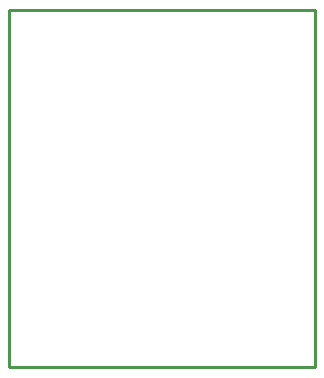
<source format=gko>
G04*
G04 #@! TF.GenerationSoftware,Altium Limited,Altium Designer,21.8.1 (53)*
G04*
G04 Layer_Color=16711935*
%FSLAX25Y25*%
%MOIN*%
G70*
G04*
G04 #@! TF.SameCoordinates,F690618D-AD4D-4C01-A63D-FBD870E761B6*
G04*
G04*
G04 #@! TF.FilePolarity,Positive*
G04*
G01*
G75*
%ADD10C,0.01000*%
D10*
X354000Y363000D02*
X456000D01*
Y244000D02*
Y363000D01*
X354000Y244000D02*
X456000D01*
X354000D02*
Y363000D01*
M02*

</source>
